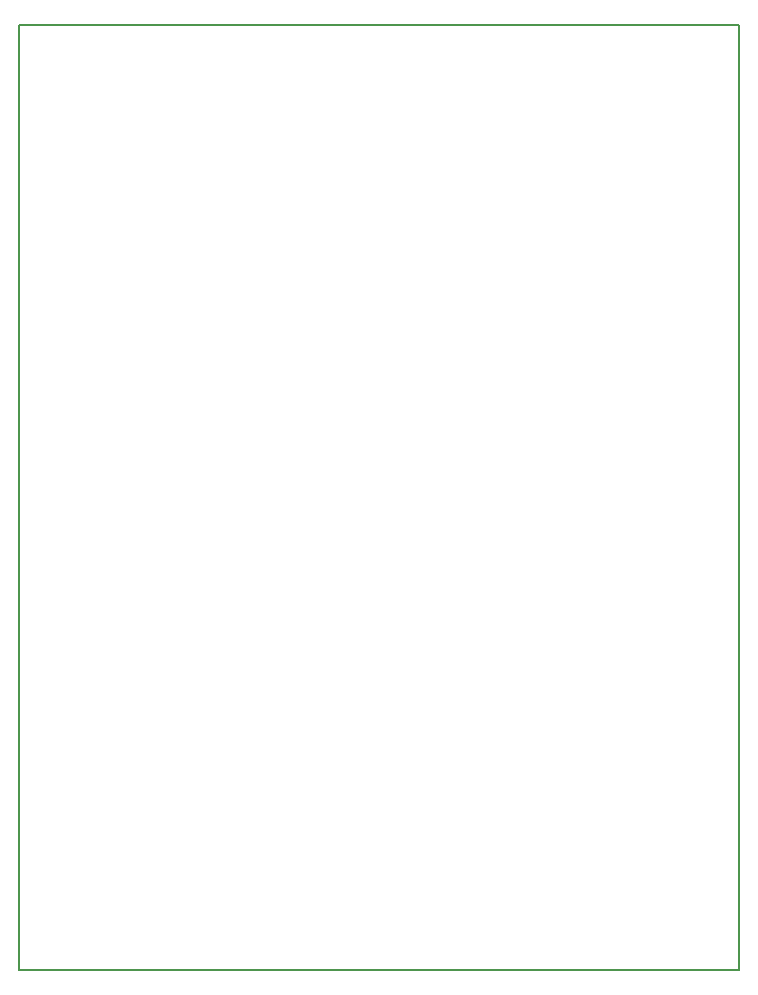
<source format=gm1>
G04 #@! TF.GenerationSoftware,KiCad,Pcbnew,(5.0.2)-1*
G04 #@! TF.CreationDate,2019-02-20T11:37:58+00:00*
G04 #@! TF.ProjectId,vco,76636f2e-6b69-4636-9164-5f7063625858,rev?*
G04 #@! TF.SameCoordinates,Original*
G04 #@! TF.FileFunction,Profile,NP*
%FSLAX46Y46*%
G04 Gerber Fmt 4.6, Leading zero omitted, Abs format (unit mm)*
G04 Created by KiCad (PCBNEW (5.0.2)-1) date 20/02/2019 11:37:58*
%MOMM*%
%LPD*%
G01*
G04 APERTURE LIST*
%ADD10C,0.200000*%
G04 APERTURE END LIST*
D10*
X104902000Y-137668000D02*
X104902000Y-57658000D01*
X165862000Y-137668000D02*
X104902000Y-137668000D01*
X165862000Y-57658000D02*
X165862000Y-137668000D01*
X104902000Y-57658000D02*
X165862000Y-57658000D01*
M02*

</source>
